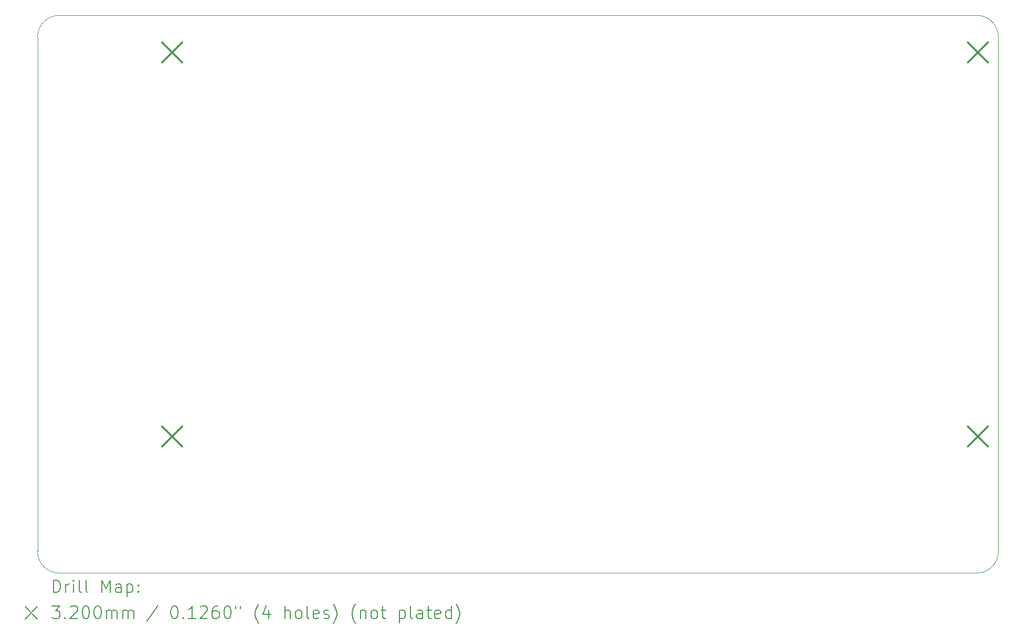
<source format=gbr>
%TF.GenerationSoftware,KiCad,Pcbnew,(6.0.7)*%
%TF.CreationDate,2022-11-25T21:32:08+05:30*%
%TF.ProjectId,GPI-Tally-Interface-Board,4750492d-5461-46c6-9c79-2d496e746572,rev?*%
%TF.SameCoordinates,Original*%
%TF.FileFunction,Drillmap*%
%TF.FilePolarity,Positive*%
%FSLAX45Y45*%
G04 Gerber Fmt 4.5, Leading zero omitted, Abs format (unit mm)*
G04 Created by KiCad (PCBNEW (6.0.7)) date 2022-11-25 21:32:08*
%MOMM*%
%LPD*%
G01*
G04 APERTURE LIST*
%ADD10C,0.050000*%
%ADD11C,0.200000*%
%ADD12C,0.320000*%
G04 APERTURE END LIST*
D10*
X6102500Y-5320000D02*
X6102500Y-13620000D01*
X21252500Y-4970000D02*
X6452500Y-4970000D01*
X21602500Y-5320000D02*
G75*
G03*
X21252500Y-4970000I-350000J0D01*
G01*
X21252500Y-13970000D02*
G75*
G03*
X21602500Y-13620000I0J350000D01*
G01*
X6452500Y-13970000D02*
X21252500Y-13970000D01*
X21602500Y-13620000D02*
X21602500Y-5320000D01*
X6452500Y-4970000D02*
G75*
G03*
X6102500Y-5320000I0J-350000D01*
G01*
X6102500Y-13620000D02*
G75*
G03*
X6452500Y-13970000I350000J0D01*
G01*
D11*
D12*
X8112500Y-5410000D02*
X8432500Y-5730000D01*
X8432500Y-5410000D02*
X8112500Y-5730000D01*
X8112500Y-11610000D02*
X8432500Y-11930000D01*
X8432500Y-11610000D02*
X8112500Y-11930000D01*
X21112500Y-5410000D02*
X21432500Y-5730000D01*
X21432500Y-5410000D02*
X21112500Y-5730000D01*
X21112500Y-11610000D02*
X21432500Y-11930000D01*
X21432500Y-11610000D02*
X21112500Y-11930000D01*
D11*
X6357619Y-14282976D02*
X6357619Y-14082976D01*
X6405238Y-14082976D01*
X6433809Y-14092500D01*
X6452857Y-14111548D01*
X6462381Y-14130595D01*
X6471905Y-14168690D01*
X6471905Y-14197262D01*
X6462381Y-14235357D01*
X6452857Y-14254405D01*
X6433809Y-14273452D01*
X6405238Y-14282976D01*
X6357619Y-14282976D01*
X6557619Y-14282976D02*
X6557619Y-14149643D01*
X6557619Y-14187738D02*
X6567143Y-14168690D01*
X6576667Y-14159167D01*
X6595714Y-14149643D01*
X6614762Y-14149643D01*
X6681428Y-14282976D02*
X6681428Y-14149643D01*
X6681428Y-14082976D02*
X6671905Y-14092500D01*
X6681428Y-14102024D01*
X6690952Y-14092500D01*
X6681428Y-14082976D01*
X6681428Y-14102024D01*
X6805238Y-14282976D02*
X6786190Y-14273452D01*
X6776667Y-14254405D01*
X6776667Y-14082976D01*
X6910000Y-14282976D02*
X6890952Y-14273452D01*
X6881428Y-14254405D01*
X6881428Y-14082976D01*
X7138571Y-14282976D02*
X7138571Y-14082976D01*
X7205238Y-14225833D01*
X7271905Y-14082976D01*
X7271905Y-14282976D01*
X7452857Y-14282976D02*
X7452857Y-14178214D01*
X7443333Y-14159167D01*
X7424286Y-14149643D01*
X7386190Y-14149643D01*
X7367143Y-14159167D01*
X7452857Y-14273452D02*
X7433809Y-14282976D01*
X7386190Y-14282976D01*
X7367143Y-14273452D01*
X7357619Y-14254405D01*
X7357619Y-14235357D01*
X7367143Y-14216309D01*
X7386190Y-14206786D01*
X7433809Y-14206786D01*
X7452857Y-14197262D01*
X7548095Y-14149643D02*
X7548095Y-14349643D01*
X7548095Y-14159167D02*
X7567143Y-14149643D01*
X7605238Y-14149643D01*
X7624286Y-14159167D01*
X7633809Y-14168690D01*
X7643333Y-14187738D01*
X7643333Y-14244881D01*
X7633809Y-14263928D01*
X7624286Y-14273452D01*
X7605238Y-14282976D01*
X7567143Y-14282976D01*
X7548095Y-14273452D01*
X7729048Y-14263928D02*
X7738571Y-14273452D01*
X7729048Y-14282976D01*
X7719524Y-14273452D01*
X7729048Y-14263928D01*
X7729048Y-14282976D01*
X7729048Y-14159167D02*
X7738571Y-14168690D01*
X7729048Y-14178214D01*
X7719524Y-14168690D01*
X7729048Y-14159167D01*
X7729048Y-14178214D01*
X5900000Y-14512500D02*
X6100000Y-14712500D01*
X6100000Y-14512500D02*
X5900000Y-14712500D01*
X6338571Y-14502976D02*
X6462381Y-14502976D01*
X6395714Y-14579167D01*
X6424286Y-14579167D01*
X6443333Y-14588690D01*
X6452857Y-14598214D01*
X6462381Y-14617262D01*
X6462381Y-14664881D01*
X6452857Y-14683928D01*
X6443333Y-14693452D01*
X6424286Y-14702976D01*
X6367143Y-14702976D01*
X6348095Y-14693452D01*
X6338571Y-14683928D01*
X6548095Y-14683928D02*
X6557619Y-14693452D01*
X6548095Y-14702976D01*
X6538571Y-14693452D01*
X6548095Y-14683928D01*
X6548095Y-14702976D01*
X6633809Y-14522024D02*
X6643333Y-14512500D01*
X6662381Y-14502976D01*
X6710000Y-14502976D01*
X6729048Y-14512500D01*
X6738571Y-14522024D01*
X6748095Y-14541071D01*
X6748095Y-14560119D01*
X6738571Y-14588690D01*
X6624286Y-14702976D01*
X6748095Y-14702976D01*
X6871905Y-14502976D02*
X6890952Y-14502976D01*
X6910000Y-14512500D01*
X6919524Y-14522024D01*
X6929048Y-14541071D01*
X6938571Y-14579167D01*
X6938571Y-14626786D01*
X6929048Y-14664881D01*
X6919524Y-14683928D01*
X6910000Y-14693452D01*
X6890952Y-14702976D01*
X6871905Y-14702976D01*
X6852857Y-14693452D01*
X6843333Y-14683928D01*
X6833809Y-14664881D01*
X6824286Y-14626786D01*
X6824286Y-14579167D01*
X6833809Y-14541071D01*
X6843333Y-14522024D01*
X6852857Y-14512500D01*
X6871905Y-14502976D01*
X7062381Y-14502976D02*
X7081428Y-14502976D01*
X7100476Y-14512500D01*
X7110000Y-14522024D01*
X7119524Y-14541071D01*
X7129048Y-14579167D01*
X7129048Y-14626786D01*
X7119524Y-14664881D01*
X7110000Y-14683928D01*
X7100476Y-14693452D01*
X7081428Y-14702976D01*
X7062381Y-14702976D01*
X7043333Y-14693452D01*
X7033809Y-14683928D01*
X7024286Y-14664881D01*
X7014762Y-14626786D01*
X7014762Y-14579167D01*
X7024286Y-14541071D01*
X7033809Y-14522024D01*
X7043333Y-14512500D01*
X7062381Y-14502976D01*
X7214762Y-14702976D02*
X7214762Y-14569643D01*
X7214762Y-14588690D02*
X7224286Y-14579167D01*
X7243333Y-14569643D01*
X7271905Y-14569643D01*
X7290952Y-14579167D01*
X7300476Y-14598214D01*
X7300476Y-14702976D01*
X7300476Y-14598214D02*
X7310000Y-14579167D01*
X7329048Y-14569643D01*
X7357619Y-14569643D01*
X7376667Y-14579167D01*
X7386190Y-14598214D01*
X7386190Y-14702976D01*
X7481428Y-14702976D02*
X7481428Y-14569643D01*
X7481428Y-14588690D02*
X7490952Y-14579167D01*
X7510000Y-14569643D01*
X7538571Y-14569643D01*
X7557619Y-14579167D01*
X7567143Y-14598214D01*
X7567143Y-14702976D01*
X7567143Y-14598214D02*
X7576667Y-14579167D01*
X7595714Y-14569643D01*
X7624286Y-14569643D01*
X7643333Y-14579167D01*
X7652857Y-14598214D01*
X7652857Y-14702976D01*
X8043333Y-14493452D02*
X7871905Y-14750595D01*
X8300476Y-14502976D02*
X8319524Y-14502976D01*
X8338571Y-14512500D01*
X8348095Y-14522024D01*
X8357619Y-14541071D01*
X8367143Y-14579167D01*
X8367143Y-14626786D01*
X8357619Y-14664881D01*
X8348095Y-14683928D01*
X8338571Y-14693452D01*
X8319524Y-14702976D01*
X8300476Y-14702976D01*
X8281428Y-14693452D01*
X8271905Y-14683928D01*
X8262381Y-14664881D01*
X8252857Y-14626786D01*
X8252857Y-14579167D01*
X8262381Y-14541071D01*
X8271905Y-14522024D01*
X8281428Y-14512500D01*
X8300476Y-14502976D01*
X8452857Y-14683928D02*
X8462381Y-14693452D01*
X8452857Y-14702976D01*
X8443333Y-14693452D01*
X8452857Y-14683928D01*
X8452857Y-14702976D01*
X8652857Y-14702976D02*
X8538571Y-14702976D01*
X8595714Y-14702976D02*
X8595714Y-14502976D01*
X8576667Y-14531548D01*
X8557619Y-14550595D01*
X8538571Y-14560119D01*
X8729048Y-14522024D02*
X8738571Y-14512500D01*
X8757619Y-14502976D01*
X8805238Y-14502976D01*
X8824286Y-14512500D01*
X8833810Y-14522024D01*
X8843333Y-14541071D01*
X8843333Y-14560119D01*
X8833810Y-14588690D01*
X8719524Y-14702976D01*
X8843333Y-14702976D01*
X9014762Y-14502976D02*
X8976667Y-14502976D01*
X8957619Y-14512500D01*
X8948095Y-14522024D01*
X8929048Y-14550595D01*
X8919524Y-14588690D01*
X8919524Y-14664881D01*
X8929048Y-14683928D01*
X8938571Y-14693452D01*
X8957619Y-14702976D01*
X8995714Y-14702976D01*
X9014762Y-14693452D01*
X9024286Y-14683928D01*
X9033810Y-14664881D01*
X9033810Y-14617262D01*
X9024286Y-14598214D01*
X9014762Y-14588690D01*
X8995714Y-14579167D01*
X8957619Y-14579167D01*
X8938571Y-14588690D01*
X8929048Y-14598214D01*
X8919524Y-14617262D01*
X9157619Y-14502976D02*
X9176667Y-14502976D01*
X9195714Y-14512500D01*
X9205238Y-14522024D01*
X9214762Y-14541071D01*
X9224286Y-14579167D01*
X9224286Y-14626786D01*
X9214762Y-14664881D01*
X9205238Y-14683928D01*
X9195714Y-14693452D01*
X9176667Y-14702976D01*
X9157619Y-14702976D01*
X9138571Y-14693452D01*
X9129048Y-14683928D01*
X9119524Y-14664881D01*
X9110000Y-14626786D01*
X9110000Y-14579167D01*
X9119524Y-14541071D01*
X9129048Y-14522024D01*
X9138571Y-14512500D01*
X9157619Y-14502976D01*
X9300476Y-14502976D02*
X9300476Y-14541071D01*
X9376667Y-14502976D02*
X9376667Y-14541071D01*
X9671905Y-14779167D02*
X9662381Y-14769643D01*
X9643333Y-14741071D01*
X9633810Y-14722024D01*
X9624286Y-14693452D01*
X9614762Y-14645833D01*
X9614762Y-14607738D01*
X9624286Y-14560119D01*
X9633810Y-14531548D01*
X9643333Y-14512500D01*
X9662381Y-14483928D01*
X9671905Y-14474405D01*
X9833810Y-14569643D02*
X9833810Y-14702976D01*
X9786190Y-14493452D02*
X9738571Y-14636309D01*
X9862381Y-14636309D01*
X10090952Y-14702976D02*
X10090952Y-14502976D01*
X10176667Y-14702976D02*
X10176667Y-14598214D01*
X10167143Y-14579167D01*
X10148095Y-14569643D01*
X10119524Y-14569643D01*
X10100476Y-14579167D01*
X10090952Y-14588690D01*
X10300476Y-14702976D02*
X10281429Y-14693452D01*
X10271905Y-14683928D01*
X10262381Y-14664881D01*
X10262381Y-14607738D01*
X10271905Y-14588690D01*
X10281429Y-14579167D01*
X10300476Y-14569643D01*
X10329048Y-14569643D01*
X10348095Y-14579167D01*
X10357619Y-14588690D01*
X10367143Y-14607738D01*
X10367143Y-14664881D01*
X10357619Y-14683928D01*
X10348095Y-14693452D01*
X10329048Y-14702976D01*
X10300476Y-14702976D01*
X10481429Y-14702976D02*
X10462381Y-14693452D01*
X10452857Y-14674405D01*
X10452857Y-14502976D01*
X10633810Y-14693452D02*
X10614762Y-14702976D01*
X10576667Y-14702976D01*
X10557619Y-14693452D01*
X10548095Y-14674405D01*
X10548095Y-14598214D01*
X10557619Y-14579167D01*
X10576667Y-14569643D01*
X10614762Y-14569643D01*
X10633810Y-14579167D01*
X10643333Y-14598214D01*
X10643333Y-14617262D01*
X10548095Y-14636309D01*
X10719524Y-14693452D02*
X10738571Y-14702976D01*
X10776667Y-14702976D01*
X10795714Y-14693452D01*
X10805238Y-14674405D01*
X10805238Y-14664881D01*
X10795714Y-14645833D01*
X10776667Y-14636309D01*
X10748095Y-14636309D01*
X10729048Y-14626786D01*
X10719524Y-14607738D01*
X10719524Y-14598214D01*
X10729048Y-14579167D01*
X10748095Y-14569643D01*
X10776667Y-14569643D01*
X10795714Y-14579167D01*
X10871905Y-14779167D02*
X10881429Y-14769643D01*
X10900476Y-14741071D01*
X10910000Y-14722024D01*
X10919524Y-14693452D01*
X10929048Y-14645833D01*
X10929048Y-14607738D01*
X10919524Y-14560119D01*
X10910000Y-14531548D01*
X10900476Y-14512500D01*
X10881429Y-14483928D01*
X10871905Y-14474405D01*
X11233809Y-14779167D02*
X11224286Y-14769643D01*
X11205238Y-14741071D01*
X11195714Y-14722024D01*
X11186190Y-14693452D01*
X11176667Y-14645833D01*
X11176667Y-14607738D01*
X11186190Y-14560119D01*
X11195714Y-14531548D01*
X11205238Y-14512500D01*
X11224286Y-14483928D01*
X11233809Y-14474405D01*
X11310000Y-14569643D02*
X11310000Y-14702976D01*
X11310000Y-14588690D02*
X11319524Y-14579167D01*
X11338571Y-14569643D01*
X11367143Y-14569643D01*
X11386190Y-14579167D01*
X11395714Y-14598214D01*
X11395714Y-14702976D01*
X11519524Y-14702976D02*
X11500476Y-14693452D01*
X11490952Y-14683928D01*
X11481428Y-14664881D01*
X11481428Y-14607738D01*
X11490952Y-14588690D01*
X11500476Y-14579167D01*
X11519524Y-14569643D01*
X11548095Y-14569643D01*
X11567143Y-14579167D01*
X11576667Y-14588690D01*
X11586190Y-14607738D01*
X11586190Y-14664881D01*
X11576667Y-14683928D01*
X11567143Y-14693452D01*
X11548095Y-14702976D01*
X11519524Y-14702976D01*
X11643333Y-14569643D02*
X11719524Y-14569643D01*
X11671905Y-14502976D02*
X11671905Y-14674405D01*
X11681428Y-14693452D01*
X11700476Y-14702976D01*
X11719524Y-14702976D01*
X11938571Y-14569643D02*
X11938571Y-14769643D01*
X11938571Y-14579167D02*
X11957619Y-14569643D01*
X11995714Y-14569643D01*
X12014762Y-14579167D01*
X12024286Y-14588690D01*
X12033809Y-14607738D01*
X12033809Y-14664881D01*
X12024286Y-14683928D01*
X12014762Y-14693452D01*
X11995714Y-14702976D01*
X11957619Y-14702976D01*
X11938571Y-14693452D01*
X12148095Y-14702976D02*
X12129048Y-14693452D01*
X12119524Y-14674405D01*
X12119524Y-14502976D01*
X12310000Y-14702976D02*
X12310000Y-14598214D01*
X12300476Y-14579167D01*
X12281428Y-14569643D01*
X12243333Y-14569643D01*
X12224286Y-14579167D01*
X12310000Y-14693452D02*
X12290952Y-14702976D01*
X12243333Y-14702976D01*
X12224286Y-14693452D01*
X12214762Y-14674405D01*
X12214762Y-14655357D01*
X12224286Y-14636309D01*
X12243333Y-14626786D01*
X12290952Y-14626786D01*
X12310000Y-14617262D01*
X12376667Y-14569643D02*
X12452857Y-14569643D01*
X12405238Y-14502976D02*
X12405238Y-14674405D01*
X12414762Y-14693452D01*
X12433809Y-14702976D01*
X12452857Y-14702976D01*
X12595714Y-14693452D02*
X12576667Y-14702976D01*
X12538571Y-14702976D01*
X12519524Y-14693452D01*
X12510000Y-14674405D01*
X12510000Y-14598214D01*
X12519524Y-14579167D01*
X12538571Y-14569643D01*
X12576667Y-14569643D01*
X12595714Y-14579167D01*
X12605238Y-14598214D01*
X12605238Y-14617262D01*
X12510000Y-14636309D01*
X12776667Y-14702976D02*
X12776667Y-14502976D01*
X12776667Y-14693452D02*
X12757619Y-14702976D01*
X12719524Y-14702976D01*
X12700476Y-14693452D01*
X12690952Y-14683928D01*
X12681428Y-14664881D01*
X12681428Y-14607738D01*
X12690952Y-14588690D01*
X12700476Y-14579167D01*
X12719524Y-14569643D01*
X12757619Y-14569643D01*
X12776667Y-14579167D01*
X12852857Y-14779167D02*
X12862381Y-14769643D01*
X12881428Y-14741071D01*
X12890952Y-14722024D01*
X12900476Y-14693452D01*
X12910000Y-14645833D01*
X12910000Y-14607738D01*
X12900476Y-14560119D01*
X12890952Y-14531548D01*
X12881428Y-14512500D01*
X12862381Y-14483928D01*
X12852857Y-14474405D01*
M02*

</source>
